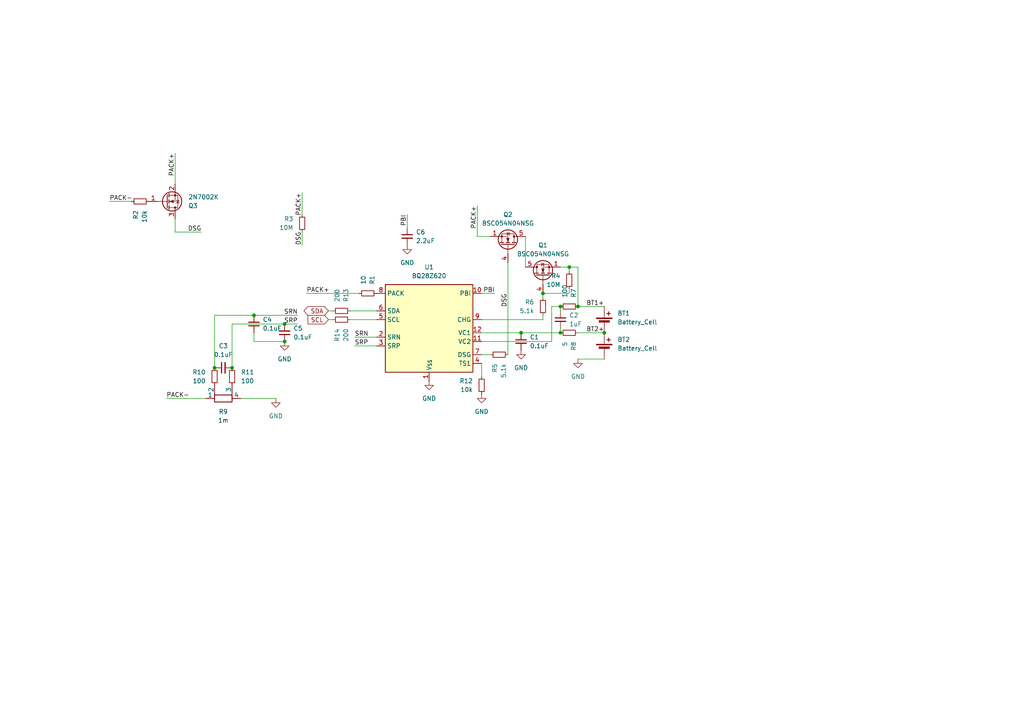
<source format=kicad_sch>
(kicad_sch (version 20250114) (generator "eeschema") (generator_version "9.0")
  (paper "A4")
  (lib_symbols
    (symbol "Battery_Management:BQ27441-G1"
      (property "Reference" "U1" (at 0 17.78 0))
      (property "Value" "BQ28Z620" (at 0 15.24 0))
      (symbol "BQ27441-G1_0_1"
        (rectangle (start -12.7 12.7) (end 12.7 -12.7) (stroke (width 0.254)) (fill (type background)))
      )
      (symbol "BQ27441-G1_1_1"
        (pin power_in line (at -15.24 10.16 0) (length 2.54) (name "PACK") (number "8"))
        (pin bidirectional line (at -15.24 5.08 0) (length 2.54) (name "SDA") (number "6"))
        (pin input line (at -15.24 2.54 0) (length 2.54) (name "SCL") (number "5"))
        (pin input line (at -15.24 -2.54 0) (length 2.54) (name "SRN") (number "2"))
        (pin input line (at -15.24 -5.08 0) (length 2.54) (name "SRP") (number "3"))
        (pin power_in line (at 0 -15.24 90) (length 2.54) (name "V_{SS}") (number "1"))
        (pin power_in line (at 0 -15.24 90) (length 2.54) (hide yes) (name "PAD") (number "13"))
        (pin power_in line (at 15.24 10.16 180) (length 2.54) (name "PBI") (number "10"))
        (pin output line (at 15.24 2.54 180) (length 2.54) (name "CHG") (number "9"))
        (pin power_in line (at 15.24 -1.27 180) (length 2.54) (name "VC1") (number "12"))
        (pin power_in line (at 15.24 -3.81 180) (length 2.54) (name "VC2") (number "11"))
        (pin output line (at 15.24 -7.62 180) (length 2.54) (name "DSG") (number "7"))
        (pin input line (at 15.24 -10.16 180) (length 2.54) (name "TS1") (number "4"))
      )
    )
    (symbol "Device:Battery_Cell" (pin_numbers (hide yes)) (pin_names (offset 0) (hide yes))
      (property "Reference" "BT" (at 2.54 2.54 0))
      (property "Value" "Battery_Cell" (at 2.54 0 0))
      (symbol "Battery_Cell_0_1"
        (rectangle (start -2.286 1.778) (end 2.286 1.524) (fill (type outline)))
        (rectangle (start -1.524 1.016) (end 1.524 0.508) (fill (type outline)))
        (polyline (pts (xy 0 1.778) (xy 0 2.54)))
        (polyline (pts (xy 0 0.762) (xy 0 0)))
        (polyline (pts (xy 0.762 3.048) (xy 1.778 3.048)) (stroke (width 0.254)))
        (polyline (pts (xy 1.27 3.556) (xy 1.27 2.54)) (stroke (width 0.254)))
      )
      (symbol "Battery_Cell_1_1"
        (pin passive line (at 0 5.08 270) (length 2.54) (name "+") (number "1"))
        (pin passive line (at 0 -2.54 90) (length 2.54) (name "-") (number "2"))
      )
    )
    (symbol "Device:C_Small" (pin_numbers (hide yes)) (pin_names (offset 0.254) (hide yes))
      (property "Reference" "C" (at 0.254 1.778 0))
      (property "Value" "C_Small" (at 0.254 -2.032 0))
      (symbol "C_Small_0_1"
        (polyline (pts (xy -1.524 0.508) (xy 1.524 0.508)) (stroke (width 0.3048)))
        (polyline (pts (xy -1.524 -0.508) (xy 1.524 -0.508)) (stroke (width 0.3302)))
      )
      (symbol "C_Small_1_1"
        (pin passive line (at 0 2.54 270) (length 2.032) (name "~") (number "1"))
        (pin passive line (at 0 -2.54 90) (length 2.032) (name "~") (number "2"))
      )
    )
    (symbol "Device:R_Shunt" (pin_numbers (hide yes)) (pin_names (offset 0))
      (property "Reference" "R" (at -4.445 0 90))
      (property "Value" "R_Shunt" (at -2.54 0 90))
      (symbol "R_Shunt_0_1"
        (rectangle (start -1.016 -2.54) (end 1.016 2.54) (stroke (width 0.254)))
        (polyline (pts (xy 0 -2.54) (xy 1.27 -2.54)))
        (polyline (pts (xy 1.27 2.54) (xy 0 2.54)))
      )
      (symbol "R_Shunt_1_1"
        (pin passive line (at 0 5.08 270) (length 2.54) (name "1") (number "1"))
        (pin passive line (at 0 -5.08 90) (length 2.54) (name "4") (number "4"))
        (pin passive line (at 3.81 2.54 180) (length 2.54) (name "2") (number "2"))
        (pin passive line (at 3.81 -2.54 180) (length 2.54) (name "3") (number "3"))
      )
    )
    (symbol "Device:R_Small" (pin_numbers (hide yes)) (pin_names (offset 0.254) (hide yes))
      (property "Reference" "R" (at 0.762 0.508 0))
      (property "Value" "R_Small" (at 0.762 -1.016 0))
      (symbol "R_Small_0_1"
        (rectangle (start -0.762 1.778) (end 0.762 -1.778) (stroke (width 0.2032)))
      )
      (symbol "R_Small_1_1"
        (pin passive line (at 0 2.54 270) (length 0.762) (name "~") (number "1"))
        (pin passive line (at 0 -2.54 90) (length 0.762) (name "~") (number "2"))
      )
    )
    (symbol "Transistor_FET:2N7002K" (pin_names (hide yes))
      (property "Reference" "Q" (at 5.08 1.905 0))
      (property "Value" "2N7002K" (at 5.08 0 0))
      (symbol "2N7002K_0_1"
        (polyline (pts (xy 0.254 1.905) (xy 0.254 -1.905)) (stroke (width 0.254)))
        (polyline (pts (xy 0.254 0) (xy -2.54 0)))
        (polyline (pts (xy 0.762 2.286) (xy 0.762 1.27)) (stroke (width 0.254)))
        (polyline (pts (xy 0.762 0.508) (xy 0.762 -0.508)) (stroke (width 0.254)))
        (polyline (pts (xy 0.762 -1.27) (xy 0.762 -2.286)) (stroke (width 0.254)))
        (polyline (pts (xy 0.762 -1.778) (xy 3.302 -1.778) (xy 3.302 1.778) (xy 0.762 1.778)))
        (polyline (pts (xy 1.016 0) (xy 2.032 0.381) (xy 2.032 -0.381) (xy 1.016 0)) (fill (type outline)))
        (circle (center 1.651 0) (radius 2.794) (stroke (width 0.254)))
        (polyline (pts (xy 2.54 2.54) (xy 2.54 1.778)))
        (circle (center 2.54 1.778) (radius 0.254) (fill (type outline)))
        (circle (center 2.54 -1.778) (radius 0.254) (fill (type outline)))
        (polyline (pts (xy 2.54 -2.54) (xy 2.54 0) (xy 0.762 0)))
        (polyline (pts (xy 2.794 0.508) (xy 2.921 0.381) (xy 3.683 0.381) (xy 3.81 0.254)))
        (polyline (pts (xy 3.302 0.381) (xy 2.921 -0.254) (xy 3.683 -0.254) (xy 3.302 0.381)))
      )
      (symbol "2N7002K_1_1"
        (pin input line (at -5.08 0 0) (length 2.54) (name "G") (number "1"))
        (pin passive line (at 2.54 5.08 270) (length 2.54) (name "D") (number "3"))
        (pin passive line (at 2.54 -5.08 90) (length 2.54) (name "S") (number "2"))
      )
    )
    (symbol "Transistor_FET:BSC052N08NS5" (pin_names (hide yes))
      (property "Reference" "Q" (at 5.08 1.905 0))
      (property "Value" "BSC052N08NS5" (at 5.08 0 0))
      (symbol "BSC052N08NS5_0_1"
        (polyline (pts (xy 0.254 1.905) (xy 0.254 -1.905)) (stroke (width 0.254)))
        (polyline (pts (xy 0.254 0) (xy -2.54 0)))
        (polyline (pts (xy 0.762 2.286) (xy 0.762 1.27)) (stroke (width 0.254)))
        (polyline (pts (xy 0.762 0.508) (xy 0.762 -0.508)) (stroke (width 0.254)))
        (polyline (pts (xy 0.762 -1.27) (xy 0.762 -2.286)) (stroke (width 0.254)))
        (polyline (pts (xy 0.762 -1.778) (xy 3.302 -1.778) (xy 3.302 1.778) (xy 0.762 1.778)))
        (polyline (pts (xy 1.016 0) (xy 2.032 0.381) (xy 2.032 -0.381) (xy 1.016 0)) (fill (type outline)))
        (circle (center 1.651 0) (radius 2.794) (stroke (width 0.254)))
        (polyline (pts (xy 2.54 2.54) (xy 2.54 1.778)))
        (circle (center 2.54 1.778) (radius 0.254) (fill (type outline)))
        (circle (center 2.54 -1.778) (radius 0.254) (fill (type outline)))
        (polyline (pts (xy 2.54 -2.54) (xy 2.54 0) (xy 0.762 0)))
        (polyline (pts (xy 2.794 0.508) (xy 2.921 0.381) (xy 3.683 0.381) (xy 3.81 0.254)))
        (polyline (pts (xy 3.302 0.381) (xy 2.921 -0.254) (xy 3.683 -0.254) (xy 3.302 0.381)))
      )
      (symbol "BSC052N08NS5_1_1"
        (pin passive line (at -5.08 0 0) (length 2.54) (name "G") (number "4"))
        (pin passive line (at 2.54 5.08 270) (length 2.54) (name "D") (number "5"))
        (pin passive line (at 2.54 -5.08 90) (length 2.54) (name "S") (number "1"))
        (pin passive line (at 2.54 -5.08 90) (length 2.54) (hide yes) (name "S") (number "2"))
        (pin passive line (at 2.54 -5.08 90) (length 2.54) (hide yes) (name "S") (number "3"))
      )
    )
    (symbol "power:GND" (power) (pin_numbers (hide yes)) (pin_names (offset 0) (hide yes))
      (property "Value" "GND" (at 0 -3.81 0))
      (symbol "GND_0_1"
        (polyline (pts (xy 0 0) (xy 0 -1.27) (xy 1.27 -1.27) (xy 0 -2.54) (xy -1.27 -1.27) (xy 0 -1.27)))
      )
      (symbol "GND_1_1"
        (pin power_in line (at 0 0 270) (length 0) (name "~") (number "1"))
      )
    )
  )
  (junction (at 82.55 99.06))
  (junction (at 151.13 96.52))
  (junction (at 167.64 88.9))
  (junction (at 82.55 93.98))
  (junction (at 162.56 88.9))
  (junction (at 162.56 96.52))
  (junction (at 73.66 91.44))
  (junction (at 62.23 106.68))
  (junction (at 67.31 106.68))
  (junction (at 175.26 96.52))
  (junction (at 165.1 77.47))
  (junction (at 157.48 85.09))
  (wire (pts (xy 73.66 99.06) (xy 82.55 99.06)))
  (wire (pts (xy 165.1 85.09) (xy 157.48 85.09)))
  (wire (pts (xy 67.31 93.98) (xy 82.55 93.98)))
  (wire (pts (xy 165.1 85.09) (xy 165.1 83.82)))
  (wire (pts (xy 139.7 85.09) (xy 143.51 85.09)))
  (wire (pts (xy 162.56 88.9) (xy 162.56 90.17)))
  (wire (pts (xy 152.4 68.58) (xy 152.4 77.47)))
  (wire (pts (xy 157.48 91.44) (xy 157.48 92.71)))
  (wire (pts (xy 175.26 96.52) (xy 167.64 96.52)))
  (wire (pts (xy 157.48 92.71) (xy 139.7 92.71)))
  (wire (pts (xy 160.02 88.9) (xy 162.56 88.9)))
  (wire (pts (xy 142.24 102.87) (xy 139.7 102.87)))
  (wire (pts (xy 139.7 105.41) (xy 139.7 109.22)))
  (wire (pts (xy 67.31 106.68) (xy 67.31 93.98)))
  (wire (pts (xy 165.1 77.47) (xy 165.1 78.74)))
  (wire (pts (xy 87.63 55.88) (xy 87.63 62.23)))
  (wire (pts (xy 101.6 92.71) (xy 109.22 92.71)))
  (wire (pts (xy 50.8 44.45) (xy 50.8 53.34)))
  (wire (pts (xy 167.64 77.47) (xy 167.64 88.9)))
  (wire (pts (xy 102.87 97.79) (xy 109.22 97.79)))
  (wire (pts (xy 151.13 96.52) (xy 162.56 96.52)))
  (wire (pts (xy 82.55 93.98) (xy 86.36 93.98)))
  (wire (pts (xy 73.66 91.44) (xy 62.23 91.44)))
  (wire (pts (xy 73.66 96.52) (xy 73.66 99.06)))
  (wire (pts (xy 50.8 67.31) (xy 50.8 63.5)))
  (wire (pts (xy 118.11 62.23) (xy 118.11 66.04)))
  (wire (pts (xy 95.25 90.17) (xy 96.52 90.17)))
  (wire (pts (xy 162.56 77.47) (xy 165.1 77.47)))
  (wire (pts (xy 139.7 99.06) (xy 160.02 99.06)))
  (wire (pts (xy 138.43 68.58) (xy 142.24 68.58)))
  (wire (pts (xy 175.26 104.14) (xy 167.64 104.14)))
  (wire (pts (xy 147.32 76.2) (xy 147.32 102.87)))
  (wire (pts (xy 157.48 85.09) (xy 157.48 86.36)))
  (wire (pts (xy 139.7 96.52) (xy 151.13 96.52)))
  (wire (pts (xy 162.56 95.25) (xy 162.56 96.52)))
  (wire (pts (xy 95.25 92.71) (xy 96.52 92.71)))
  (wire (pts (xy 87.63 67.31) (xy 87.63 71.12)))
  (wire (pts (xy 58.42 67.31) (xy 50.8 67.31)))
  (wire (pts (xy 88.9 85.09) (xy 104.14 85.09)))
  (wire (pts (xy 62.23 91.44) (xy 62.23 106.68)))
  (wire (pts (xy 86.36 91.44) (xy 73.66 91.44)))
  (wire (pts (xy 165.1 77.47) (xy 167.64 77.47)))
  (wire (pts (xy 80.01 115.57) (xy 69.85 115.57)))
  (wire (pts (xy 160.02 99.06) (xy 160.02 88.9)))
  (wire (pts (xy 175.26 88.9) (xy 167.64 88.9)))
  (wire (pts (xy 102.87 100.33) (xy 109.22 100.33)))
  (wire (pts (xy 138.43 59.69) (xy 138.43 68.58)))
  (wire (pts (xy 101.6 90.17) (xy 109.22 90.17)))
  (wire (pts (xy 31.75 58.42) (xy 38.1 58.42)))
  (wire (pts (xy 48.26 115.57) (xy 59.69 115.57)))
  (label "BT2+" (at 175.26 96.52 180))
  (label "SRP" (at 86.36 93.98 180))
  (label "PBI" (at 143.51 85.09 180))
  (label "PACK+" (at 50.8 44.45 270))
  (label "PACK-" (at 31.75 58.42 0))
  (label "SRP" (at 102.87 100.33 0))
  (label "PACK-" (at 48.26 115.57 0))
  (label "DSG" (at 147.32 85.09 270))
  (label "PACK+" (at 138.43 59.69 270))
  (label "DSG" (at 58.42 67.31 180))
  (label "SRN" (at 102.87 97.79 0))
  (label "SRN" (at 86.36 91.44 180))
  (label "PACK+" (at 87.63 55.88 270))
  (label "PACK+" (at 88.9 85.09 0))
  (label "DSG" (at 87.63 71.12 90))
  (label "PBI" (at 118.11 62.23 270))
  (label "BT1+" (at 175.26 88.9 180))
  (global_label "SDA" (shape bidirectional) (at 95.25 90.17 180) (property "Intersheetrefs" "${INTERSHEET_REFS}" (effects (hide yes))))
  (global_label "SCL" (shape input) (at 95.25 92.71 180) (property "Intersheetrefs" "${INTERSHEET_REFS}" (effects (hide yes))))
  (symbol (lib_id "Device:R_Small") (at 139.7 111.76 0) (mirror y) (unit 1)
    (property "Reference" "R12" (at 137.16 110.4899 0) (effects (justify left)))
    (property "Value" "10k" (at 137.16 113.0299 0) (effects (justify left)))
    (property "Footprint" "Resistor_SMD:R_0402_1005Metric" (effects (hide yes)))
    (property "Description" "Resistor, small symbol" (effects (hide yes)))
  )
  (symbol (lib_id "Device:R_Small") (at 87.63 64.77 0) (mirror y) (unit 1)
    (property "Reference" "R3" (at 85.09 63.4999 0) (effects (justify left)))
    (property "Value" "10M" (at 85.09 66.0399 0) (effects (justify left)))
    (property "Footprint" "Resistor_SMD:R_0402_1005Metric" (effects (hide yes)))
    (property "Description" "Resistor, small symbol" (effects (hide yes)))
  )
  (symbol (lib_id "power:GND") (at 118.11 71.12 0) (unit 1)
    (property "Reference" "#PWR07" (effects (hide yes)))
    (property "Value" "GND" (at 118.11 76.2 0))
    (property "Description" "Power symbol creates a global label with name \"GND\" , ground" (effects (hide yes)))
  )
  (symbol (lib_id "Device:R_Small") (at 99.06 90.17 270) (mirror x) (unit 1)
    (property "Reference" "R13" (at 100.3301 87.63 0) (effects (justify left)))
    (property "Value" "200" (at 97.7901 87.63 0) (effects (justify left)))
    (property "Footprint" "Resistor_SMD:R_0402_1005Metric" (effects (hide yes)))
    (property "Description" "Resistor, small symbol" (effects (hide yes)))
  )
  (symbol (lib_id "power:GND") (at 80.01 115.57 0) (unit 1)
    (property "Reference" "#PWR05" (effects (hide yes)))
    (property "Value" "GND" (at 80.01 120.65 0))
    (property "Description" "Power symbol creates a global label with name \"GND\" , ground" (effects (hide yes)))
  )
  (symbol (lib_id "power:GND") (at 139.7 114.3 0) (unit 1)
    (property "Reference" "#PWR02" (effects (hide yes)))
    (property "Value" "GND" (at 139.7 119.38 0))
    (property "Description" "Power symbol creates a global label with name \"GND\" , ground" (effects (hide yes)))
  )
  (symbol (lib_id "Device:R_Small") (at 165.1 81.28 0) (mirror y) (unit 1)
    (property "Reference" "R4" (at 162.56 80.0099 0) (effects (justify left)))
    (property "Value" "10M" (at 162.56 82.5499 0) (effects (justify left)))
    (property "Footprint" "Resistor_SMD:R_0402_1005Metric" (effects (hide yes)))
    (property "Description" "Resistor, small symbol" (effects (hide yes)))
  )
  (symbol (lib_id "Device:C_Small") (at 151.13 99.06 0) (unit 1)
    (property "Reference" "C1" (at 153.67 97.7962 0) (effects (justify left)))
    (property "Value" "0.1uF" (at 153.67 100.3362 0) (effects (justify left)))
    (property "Footprint" "Capacitor_SMD:C_0402_1005Metric" (effects (hide yes)))
    (property "Description" "Unpolarized capacitor, small symbol" (effects (hide yes)))
  )
  (symbol (lib_id "power:GND") (at 124.46 110.49 0) (unit 1)
    (property "Reference" "#PWR01" (effects (hide yes)))
    (property "Value" "GND" (at 124.46 115.57 0))
    (property "Description" "Power symbol creates a global label with name \"GND\" , ground" (effects (hide yes)))
  )
  (symbol (lib_id "Device:R_Small") (at 165.1 96.52 270) (unit 1)
    (property "Reference" "R8" (at 166.3701 99.06 0) (effects (justify left)))
    (property "Value" "5" (at 163.8301 99.06 0) (effects (justify left)))
    (property "Footprint" "Resistor_SMD:R_0603_1608Metric" (effects (hide yes)))
    (property "Description" "Resistor, small symbol" (effects (hide yes)))
  )
  (symbol (lib_id "Device:C_Small") (at 118.11 68.58 0) (unit 1)
    (property "Reference" "C6" (at 120.65 67.3162 0) (effects (justify left)))
    (property "Value" "2.2uF" (at 120.65 69.8562 0) (effects (justify left)))
    (property "Footprint" "Capacitor_SMD:C_0603_1608Metric" (effects (hide yes)))
    (property "Description" "Unpolarized capacitor, small symbol" (effects (hide yes)))
  )
  (symbol (lib_id "Battery_Management:BQ27441-G1") (at 124.46 95.25 0) (unit 1)
    (property "Reference" "U1" (at 124.46 77.47 0))
    (property "Value" "BQ28Z620" (at 124.46 80.01 0))
    (property "Footprint" "footprints:VSON12_DRZ_TEX-L" (effects (hide yes)))
    (property "Datasheet" "https://www.ti.com/lit/ds/symlink/bq28z620.pdf" (effects (hide yes)))
    (property "Description" "System Side Li Ion/Polymer Fuel Gauge, PDSON-12" (effects (hide yes)))
  )
  (symbol (lib_id "Transistor_FET:BSC052N08NS5") (at 157.48 80.01 90) (unit 1)
    (property "Reference" "Q1" (at 157.48 71.12 90))
    (property "Value" "BSC054N04NSG" (at 157.48 73.66 90))
    (property "Footprint" "Package_TO_SOT_SMD:TDSON-8-1" (effects (hide yes)))
    (property "Datasheet" "https://www.infineon.com/assets/row/public/documents/24/49/infineon-bsc054n04nsg-ds-en.pdf?folderId=db3a3043156fd5730115c7d50620107c&fileId=db3a30431689f4420116c46167a0083c" (effects (hide yes)))
    (property "Description" "95A Id, 80V Vds, OptiMOS N-Channel Power MOSFET, 5.2mOhm Ron, Qg (typ) 32.0nC, PG-TDSON-8" (effects (hide yes)))
    (property "Digikey" "https://www.digikey.com.au/en/products/detail/infineon-technologies/BSC054N04NSGATMA1/2080627" (effects (hide yes)))
  )
  (symbol (lib_id "Transistor_FET:BSC052N08NS5") (at 147.32 71.12 270) (mirror x) (unit 1)
    (property "Reference" "Q2" (at 147.32 62.23 90))
    (property "Value" "BSC054N04NSG" (at 147.32 64.77 90))
    (property "Footprint" "Package_TO_SOT_SMD:TDSON-8-1" (effects (hide yes)))
    (property "Datasheet" "https://www.infineon.com/assets/row/public/documents/24/49/infineon-bsc054n04nsg-ds-en.pdf?folderId=db3a3043156fd5730115c7d50620107c&fileId=db3a30431689f4420116c46167a0083c" (effects (hide yes)))
    (property "Description" "95A Id, 80V Vds, OptiMOS N-Channel Power MOSFET, 5.2mOhm Ron, Qg (typ) 32.0nC, PG-TDSON-8" (effects (hide yes)))
    (property "Digikey" "https://www.digikey.com.au/en/products/detail/infineon-technologies/BSC054N04NSGATMA1/2080627" (effects (hide yes)))
  )
  (symbol (lib_id "Device:R_Small") (at 165.1 88.9 270) (mirror x) (unit 1)
    (property "Reference" "R7" (at 166.3701 86.36 0) (effects (justify left)))
    (property "Value" "100" (at 163.8301 86.36 0) (effects (justify left)))
    (property "Footprint" "Resistor_SMD:R_0603_1608Metric" (effects (hide yes)))
    (property "Description" "Resistor, small symbol" (effects (hide yes)))
  )
  (symbol (lib_id "power:GND") (at 82.55 99.06 0) (unit 1)
    (property "Reference" "#PWR06" (effects (hide yes)))
    (property "Value" "GND" (at 82.55 104.14 0))
    (property "Description" "Power symbol creates a global label with name \"GND\" , ground" (effects (hide yes)))
  )
  (symbol (lib_id "Device:C_Small") (at 162.56 92.71 0) (unit 1)
    (property "Reference" "C2" (at 165.1 91.4462 0) (effects (justify left)))
    (property "Value" "1uF" (at 165.1 93.9862 0) (effects (justify left)))
    (property "Footprint" "Capacitor_SMD:C_0402_1005Metric" (effects (hide yes)))
    (property "Description" "Unpolarized capacitor, small symbol" (effects (hide yes)))
  )
  (symbol (lib_id "Device:C_Small") (at 73.66 93.98 180) (unit 1)
    (property "Reference" "C4" (at 76.2 92.7035 0) (effects (justify right)))
    (property "Value" "0.1uF" (at 76.2 95.2435 0) (effects (justify right)))
    (property "Footprint" "Capacitor_SMD:C_0402_1005Metric" (effects (hide yes)))
    (property "Description" "Unpolarized capacitor, small symbol" (effects (hide yes)))
  )
  (symbol (lib_id "Device:R_Small") (at 99.06 92.71 90) (mirror x) (unit 1)
    (property "Reference" "R14" (at 97.7899 95.25 0) (effects (justify left)))
    (property "Value" "200" (at 100.3299 95.25 0) (effects (justify left)))
    (property "Footprint" "Resistor_SMD:R_0402_1005Metric" (effects (hide yes)))
    (property "Description" "Resistor, small symbol" (effects (hide yes)))
  )
  (symbol (lib_id "power:GND") (at 151.13 101.6 0) (unit 1)
    (property "Reference" "#PWR04" (effects (hide yes)))
    (property "Value" "GND" (at 151.13 106.68 0))
    (property "Description" "Power symbol creates a global label with name \"GND\" , ground" (effects (hide yes)))
  )
  (symbol (lib_id "Device:R_Small") (at 106.68 85.09 270) (mirror x) (unit 1)
    (property "Reference" "R1" (at 107.9501 82.55 0) (effects (justify left)))
    (property "Value" "10" (at 105.4101 82.55 0) (effects (justify left)))
    (property "Footprint" "Resistor_SMD:R_0603_1608Metric" (effects (hide yes)))
    (property "Description" "Resistor, small symbol" (effects (hide yes)))
  )
  (symbol (lib_id "Device:C_Small") (at 64.77 106.68 90) (unit 1)
    (property "Reference" "C3" (at 64.7763 100.33 90))
    (property "Value" "0.1uF" (at 64.7763 102.87 90))
    (property "Footprint" "Capacitor_SMD:C_0402_1005Metric" (effects (hide yes)))
    (property "Description" "Unpolarized capacitor, small symbol" (effects (hide yes)))
  )
  (symbol (lib_id "Device:R_Shunt") (at 64.77 115.57 90) (unit 1)
    (property "Reference" "R9" (at 64.77 119.38 90))
    (property "Value" "1m" (at 64.77 121.92 90))
    (property "Description" "Shunt resistor" (effects (hide yes)))
  )
  (symbol (lib_id "Device:Battery_Cell") (at 175.26 93.98 0) (unit 1)
    (property "Reference" "BT1" (at 179.07 90.8684 0) (effects (justify left)))
    (property "Value" "Battery_Cell" (at 179.07 93.4084 0) (effects (justify left)))
    (property "Description" "Single-cell battery" (effects (hide yes)))
  )
  (symbol (lib_id "Device:R_Small") (at 40.64 58.42 90) (mirror x) (unit 1)
    (property "Reference" "R2" (at 39.3699 60.96 0) (effects (justify left)))
    (property "Value" "10k" (at 41.9099 60.96 0) (effects (justify left)))
    (property "Footprint" "Resistor_SMD:R_0402_1005Metric" (effects (hide yes)))
    (property "Description" "Resistor, small symbol" (effects (hide yes)))
  )
  (symbol (lib_id "Device:R_Small") (at 144.78 102.87 90) (mirror x) (unit 1)
    (property "Reference" "R5" (at 143.5099 105.41 0) (effects (justify left)))
    (property "Value" "5.1k" (at 146.0499 105.41 0) (effects (justify left)))
    (property "Footprint" "Resistor_SMD:R_0402_1005Metric" (effects (hide yes)))
    (property "Description" "Resistor, small symbol" (effects (hide yes)))
  )
  (symbol (lib_id "Device:Battery_Cell") (at 175.26 101.6 0) (unit 1)
    (property "Reference" "BT2" (at 179.07 98.4884 0) (effects (justify left)))
    (property "Value" "Battery_Cell" (at 179.07 101.0284 0) (effects (justify left)))
    (property "Description" "Single-cell battery" (effects (hide yes)))
  )
  (symbol (lib_id "Device:R_Small") (at 62.23 109.22 0) (mirror y) (unit 1)
    (property "Reference" "R10" (at 59.69 107.9499 0) (effects (justify left)))
    (property "Value" "100" (at 59.69 110.4899 0) (effects (justify left)))
    (property "Footprint" "Resistor_SMD:R_0603_1608Metric" (effects (hide yes)))
    (property "Description" "Resistor, small symbol" (effects (hide yes)))
  )
  (symbol (lib_id "Device:R_Small") (at 157.48 88.9 0) (mirror y) (unit 1)
    (property "Reference" "R6" (at 154.94 87.6299 0) (effects (justify left)))
    (property "Value" "5.1k" (at 154.94 90.1699 0) (effects (justify left)))
    (property "Footprint" "Resistor_SMD:R_0402_1005Metric" (effects (hide yes)))
    (property "Description" "Resistor, small symbol" (effects (hide yes)))
  )
  (symbol (lib_id "power:GND") (at 167.64 104.14 0) (unit 1)
    (property "Reference" "#PWR03" (effects (hide yes)))
    (property "Value" "GND" (at 167.64 109.22 0))
    (property "Description" "Power symbol creates a global label with name \"GND\" , ground" (effects (hide yes)))
  )
  (symbol (lib_id "Device:C_Small") (at 82.55 96.52 180) (unit 1)
    (property "Reference" "C5" (at 85.09 95.2435 0) (effects (justify right)))
    (property "Value" "0.1uF" (at 85.09 97.7835 0) (effects (justify right)))
    (property "Footprint" "Capacitor_SMD:C_0402_1005Metric" (effects (hide yes)))
    (property "Description" "Unpolarized capacitor, small symbol" (effects (hide yes)))
  )
  (symbol (lib_id "Transistor_FET:2N7002K") (at 48.26 58.42 0) (mirror x) (unit 1)
    (property "Reference" "Q3" (at 54.61 59.6901 0) (effects (justify left)))
    (property "Value" "2N7002K" (at 54.61 57.1501 0) (effects (justify left)))
    (property "Footprint" "Package_TO_SOT_SMD:SOT-23" (effects (hide yes)))
    (property "Datasheet" "https://www.diodes.com/assets/Datasheets/ds30896.pdf" (effects (hide yes)))
    (property "Description" "0.38A Id, 60V Vds, N-Channel MOSFET, SOT-23" (effects (hide yes)))
    (property "Digikey" "https://www.digikey.com.au/en/products/detail/good-ark-semiconductor/2N7002K/18667796" (effects (hide yes)))
  )
  (symbol (lib_id "Device:R_Small") (at 67.31 109.22 0) (unit 1)
    (property "Reference" "R11" (at 69.85 107.9499 0) (effects (justify left)))
    (property "Value" "100" (at 69.85 110.4899 0) (effects (justify left)))
    (property "Footprint" "Resistor_SMD:R_0603_1608Metric" (effects (hide yes)))
    (property "Description" "Resistor, small symbol" (effects (hide yes)))
  )
)
</source>
